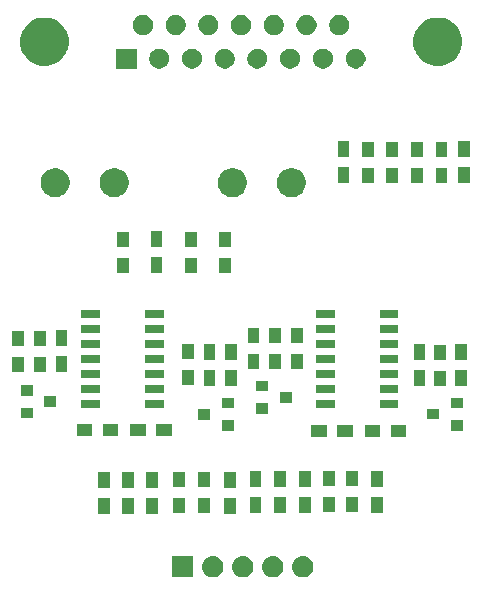
<source format=gbr>
G04 #@! TF.GenerationSoftware,KiCad,Pcbnew,(5.1.4)-1*
G04 #@! TF.CreationDate,2021-07-27T11:29:55-04:00*
G04 #@! TF.ProjectId,9000 Clock Module,39303030-2043-46c6-9f63-6b204d6f6475,rev?*
G04 #@! TF.SameCoordinates,Original*
G04 #@! TF.FileFunction,Soldermask,Top*
G04 #@! TF.FilePolarity,Negative*
%FSLAX46Y46*%
G04 Gerber Fmt 4.6, Leading zero omitted, Abs format (unit mm)*
G04 Created by KiCad (PCBNEW (5.1.4)-1) date 2021-07-27 11:29:55*
%MOMM*%
%LPD*%
G04 APERTURE LIST*
%ADD10C,0.100000*%
G04 APERTURE END LIST*
D10*
G36*
X110940442Y-84855518D02*
G01*
X111006627Y-84862037D01*
X111176466Y-84913557D01*
X111332991Y-84997222D01*
X111368729Y-85026552D01*
X111470186Y-85109814D01*
X111553448Y-85211271D01*
X111582778Y-85247009D01*
X111666443Y-85403534D01*
X111717963Y-85573373D01*
X111735359Y-85750000D01*
X111717963Y-85926627D01*
X111666443Y-86096466D01*
X111582778Y-86252991D01*
X111553448Y-86288729D01*
X111470186Y-86390186D01*
X111368729Y-86473448D01*
X111332991Y-86502778D01*
X111176466Y-86586443D01*
X111006627Y-86637963D01*
X110940443Y-86644481D01*
X110874260Y-86651000D01*
X110785740Y-86651000D01*
X110719557Y-86644481D01*
X110653373Y-86637963D01*
X110483534Y-86586443D01*
X110327009Y-86502778D01*
X110291271Y-86473448D01*
X110189814Y-86390186D01*
X110106552Y-86288729D01*
X110077222Y-86252991D01*
X109993557Y-86096466D01*
X109942037Y-85926627D01*
X109924641Y-85750000D01*
X109942037Y-85573373D01*
X109993557Y-85403534D01*
X110077222Y-85247009D01*
X110106552Y-85211271D01*
X110189814Y-85109814D01*
X110291271Y-85026552D01*
X110327009Y-84997222D01*
X110483534Y-84913557D01*
X110653373Y-84862037D01*
X110719558Y-84855518D01*
X110785740Y-84849000D01*
X110874260Y-84849000D01*
X110940442Y-84855518D01*
X110940442Y-84855518D01*
G37*
G36*
X113480442Y-84855518D02*
G01*
X113546627Y-84862037D01*
X113716466Y-84913557D01*
X113872991Y-84997222D01*
X113908729Y-85026552D01*
X114010186Y-85109814D01*
X114093448Y-85211271D01*
X114122778Y-85247009D01*
X114206443Y-85403534D01*
X114257963Y-85573373D01*
X114275359Y-85750000D01*
X114257963Y-85926627D01*
X114206443Y-86096466D01*
X114122778Y-86252991D01*
X114093448Y-86288729D01*
X114010186Y-86390186D01*
X113908729Y-86473448D01*
X113872991Y-86502778D01*
X113716466Y-86586443D01*
X113546627Y-86637963D01*
X113480443Y-86644481D01*
X113414260Y-86651000D01*
X113325740Y-86651000D01*
X113259557Y-86644481D01*
X113193373Y-86637963D01*
X113023534Y-86586443D01*
X112867009Y-86502778D01*
X112831271Y-86473448D01*
X112729814Y-86390186D01*
X112646552Y-86288729D01*
X112617222Y-86252991D01*
X112533557Y-86096466D01*
X112482037Y-85926627D01*
X112464641Y-85750000D01*
X112482037Y-85573373D01*
X112533557Y-85403534D01*
X112617222Y-85247009D01*
X112646552Y-85211271D01*
X112729814Y-85109814D01*
X112831271Y-85026552D01*
X112867009Y-84997222D01*
X113023534Y-84913557D01*
X113193373Y-84862037D01*
X113259558Y-84855518D01*
X113325740Y-84849000D01*
X113414260Y-84849000D01*
X113480442Y-84855518D01*
X113480442Y-84855518D01*
G37*
G36*
X116020442Y-84855518D02*
G01*
X116086627Y-84862037D01*
X116256466Y-84913557D01*
X116412991Y-84997222D01*
X116448729Y-85026552D01*
X116550186Y-85109814D01*
X116633448Y-85211271D01*
X116662778Y-85247009D01*
X116746443Y-85403534D01*
X116797963Y-85573373D01*
X116815359Y-85750000D01*
X116797963Y-85926627D01*
X116746443Y-86096466D01*
X116662778Y-86252991D01*
X116633448Y-86288729D01*
X116550186Y-86390186D01*
X116448729Y-86473448D01*
X116412991Y-86502778D01*
X116256466Y-86586443D01*
X116086627Y-86637963D01*
X116020443Y-86644481D01*
X115954260Y-86651000D01*
X115865740Y-86651000D01*
X115799557Y-86644481D01*
X115733373Y-86637963D01*
X115563534Y-86586443D01*
X115407009Y-86502778D01*
X115371271Y-86473448D01*
X115269814Y-86390186D01*
X115186552Y-86288729D01*
X115157222Y-86252991D01*
X115073557Y-86096466D01*
X115022037Y-85926627D01*
X115004641Y-85750000D01*
X115022037Y-85573373D01*
X115073557Y-85403534D01*
X115157222Y-85247009D01*
X115186552Y-85211271D01*
X115269814Y-85109814D01*
X115371271Y-85026552D01*
X115407009Y-84997222D01*
X115563534Y-84913557D01*
X115733373Y-84862037D01*
X115799558Y-84855518D01*
X115865740Y-84849000D01*
X115954260Y-84849000D01*
X116020442Y-84855518D01*
X116020442Y-84855518D01*
G37*
G36*
X108400442Y-84855518D02*
G01*
X108466627Y-84862037D01*
X108636466Y-84913557D01*
X108792991Y-84997222D01*
X108828729Y-85026552D01*
X108930186Y-85109814D01*
X109013448Y-85211271D01*
X109042778Y-85247009D01*
X109126443Y-85403534D01*
X109177963Y-85573373D01*
X109195359Y-85750000D01*
X109177963Y-85926627D01*
X109126443Y-86096466D01*
X109042778Y-86252991D01*
X109013448Y-86288729D01*
X108930186Y-86390186D01*
X108828729Y-86473448D01*
X108792991Y-86502778D01*
X108636466Y-86586443D01*
X108466627Y-86637963D01*
X108400443Y-86644481D01*
X108334260Y-86651000D01*
X108245740Y-86651000D01*
X108179557Y-86644481D01*
X108113373Y-86637963D01*
X107943534Y-86586443D01*
X107787009Y-86502778D01*
X107751271Y-86473448D01*
X107649814Y-86390186D01*
X107566552Y-86288729D01*
X107537222Y-86252991D01*
X107453557Y-86096466D01*
X107402037Y-85926627D01*
X107384641Y-85750000D01*
X107402037Y-85573373D01*
X107453557Y-85403534D01*
X107537222Y-85247009D01*
X107566552Y-85211271D01*
X107649814Y-85109814D01*
X107751271Y-85026552D01*
X107787009Y-84997222D01*
X107943534Y-84913557D01*
X108113373Y-84862037D01*
X108179558Y-84855518D01*
X108245740Y-84849000D01*
X108334260Y-84849000D01*
X108400442Y-84855518D01*
X108400442Y-84855518D01*
G37*
G36*
X106651000Y-86651000D02*
G01*
X104849000Y-86651000D01*
X104849000Y-84849000D01*
X106651000Y-84849000D01*
X106651000Y-86651000D01*
X106651000Y-86651000D01*
G37*
G36*
X110229000Y-81253000D02*
G01*
X109227000Y-81253000D01*
X109227000Y-79951000D01*
X110229000Y-79951000D01*
X110229000Y-81253000D01*
X110229000Y-81253000D01*
G37*
G36*
X101593000Y-81253000D02*
G01*
X100591000Y-81253000D01*
X100591000Y-79951000D01*
X101593000Y-79951000D01*
X101593000Y-81253000D01*
X101593000Y-81253000D01*
G37*
G36*
X99561000Y-81253000D02*
G01*
X98559000Y-81253000D01*
X98559000Y-79951000D01*
X99561000Y-79951000D01*
X99561000Y-81253000D01*
X99561000Y-81253000D01*
G37*
G36*
X103625000Y-81253000D02*
G01*
X102623000Y-81253000D01*
X102623000Y-79951000D01*
X103625000Y-79951000D01*
X103625000Y-81253000D01*
X103625000Y-81253000D01*
G37*
G36*
X108067000Y-81205000D02*
G01*
X107065000Y-81205000D01*
X107065000Y-79903000D01*
X108067000Y-79903000D01*
X108067000Y-81205000D01*
X108067000Y-81205000D01*
G37*
G36*
X105937000Y-81205000D02*
G01*
X104935000Y-81205000D01*
X104935000Y-79903000D01*
X105937000Y-79903000D01*
X105937000Y-81205000D01*
X105937000Y-81205000D01*
G37*
G36*
X114519000Y-81165000D02*
G01*
X113517000Y-81165000D01*
X113517000Y-79863000D01*
X114519000Y-79863000D01*
X114519000Y-81165000D01*
X114519000Y-81165000D01*
G37*
G36*
X112409000Y-81165000D02*
G01*
X111407000Y-81165000D01*
X111407000Y-79863000D01*
X112409000Y-79863000D01*
X112409000Y-81165000D01*
X112409000Y-81165000D01*
G37*
G36*
X116619000Y-81165000D02*
G01*
X115617000Y-81165000D01*
X115617000Y-79863000D01*
X116619000Y-79863000D01*
X116619000Y-81165000D01*
X116619000Y-81165000D01*
G37*
G36*
X122665000Y-81165000D02*
G01*
X121663000Y-81165000D01*
X121663000Y-79863000D01*
X122665000Y-79863000D01*
X122665000Y-81165000D01*
X122665000Y-81165000D01*
G37*
G36*
X118625000Y-81145000D02*
G01*
X117623000Y-81145000D01*
X117623000Y-79843000D01*
X118625000Y-79843000D01*
X118625000Y-81145000D01*
X118625000Y-81145000D01*
G37*
G36*
X120605000Y-81145000D02*
G01*
X119603000Y-81145000D01*
X119603000Y-79843000D01*
X120605000Y-79843000D01*
X120605000Y-81145000D01*
X120605000Y-81145000D01*
G37*
G36*
X101593000Y-79053000D02*
G01*
X100591000Y-79053000D01*
X100591000Y-77751000D01*
X101593000Y-77751000D01*
X101593000Y-79053000D01*
X101593000Y-79053000D01*
G37*
G36*
X110229000Y-79053000D02*
G01*
X109227000Y-79053000D01*
X109227000Y-77751000D01*
X110229000Y-77751000D01*
X110229000Y-79053000D01*
X110229000Y-79053000D01*
G37*
G36*
X103625000Y-79053000D02*
G01*
X102623000Y-79053000D01*
X102623000Y-77751000D01*
X103625000Y-77751000D01*
X103625000Y-79053000D01*
X103625000Y-79053000D01*
G37*
G36*
X99561000Y-79053000D02*
G01*
X98559000Y-79053000D01*
X98559000Y-77751000D01*
X99561000Y-77751000D01*
X99561000Y-79053000D01*
X99561000Y-79053000D01*
G37*
G36*
X105937000Y-79005000D02*
G01*
X104935000Y-79005000D01*
X104935000Y-77703000D01*
X105937000Y-77703000D01*
X105937000Y-79005000D01*
X105937000Y-79005000D01*
G37*
G36*
X108067000Y-79005000D02*
G01*
X107065000Y-79005000D01*
X107065000Y-77703000D01*
X108067000Y-77703000D01*
X108067000Y-79005000D01*
X108067000Y-79005000D01*
G37*
G36*
X116619000Y-78965000D02*
G01*
X115617000Y-78965000D01*
X115617000Y-77663000D01*
X116619000Y-77663000D01*
X116619000Y-78965000D01*
X116619000Y-78965000D01*
G37*
G36*
X122665000Y-78965000D02*
G01*
X121663000Y-78965000D01*
X121663000Y-77663000D01*
X122665000Y-77663000D01*
X122665000Y-78965000D01*
X122665000Y-78965000D01*
G37*
G36*
X114519000Y-78965000D02*
G01*
X113517000Y-78965000D01*
X113517000Y-77663000D01*
X114519000Y-77663000D01*
X114519000Y-78965000D01*
X114519000Y-78965000D01*
G37*
G36*
X112409000Y-78965000D02*
G01*
X111407000Y-78965000D01*
X111407000Y-77663000D01*
X112409000Y-77663000D01*
X112409000Y-78965000D01*
X112409000Y-78965000D01*
G37*
G36*
X120605000Y-78945000D02*
G01*
X119603000Y-78945000D01*
X119603000Y-77643000D01*
X120605000Y-77643000D01*
X120605000Y-78945000D01*
X120605000Y-78945000D01*
G37*
G36*
X118625000Y-78945000D02*
G01*
X117623000Y-78945000D01*
X117623000Y-77643000D01*
X118625000Y-77643000D01*
X118625000Y-78945000D01*
X118625000Y-78945000D01*
G37*
G36*
X124681000Y-74741000D02*
G01*
X123379000Y-74741000D01*
X123379000Y-73739000D01*
X124681000Y-73739000D01*
X124681000Y-74741000D01*
X124681000Y-74741000D01*
G37*
G36*
X122481000Y-74741000D02*
G01*
X121179000Y-74741000D01*
X121179000Y-73739000D01*
X122481000Y-73739000D01*
X122481000Y-74741000D01*
X122481000Y-74741000D01*
G37*
G36*
X120151000Y-74731000D02*
G01*
X118849000Y-74731000D01*
X118849000Y-73729000D01*
X120151000Y-73729000D01*
X120151000Y-74731000D01*
X120151000Y-74731000D01*
G37*
G36*
X117951000Y-74731000D02*
G01*
X116649000Y-74731000D01*
X116649000Y-73729000D01*
X117951000Y-73729000D01*
X117951000Y-74731000D01*
X117951000Y-74731000D01*
G37*
G36*
X98101000Y-74651000D02*
G01*
X96799000Y-74651000D01*
X96799000Y-73649000D01*
X98101000Y-73649000D01*
X98101000Y-74651000D01*
X98101000Y-74651000D01*
G37*
G36*
X100301000Y-74651000D02*
G01*
X98999000Y-74651000D01*
X98999000Y-73649000D01*
X100301000Y-73649000D01*
X100301000Y-74651000D01*
X100301000Y-74651000D01*
G37*
G36*
X102621000Y-74651000D02*
G01*
X101319000Y-74651000D01*
X101319000Y-73649000D01*
X102621000Y-73649000D01*
X102621000Y-74651000D01*
X102621000Y-74651000D01*
G37*
G36*
X104821000Y-74651000D02*
G01*
X103519000Y-74651000D01*
X103519000Y-73649000D01*
X104821000Y-73649000D01*
X104821000Y-74651000D01*
X104821000Y-74651000D01*
G37*
G36*
X110081000Y-74241000D02*
G01*
X109079000Y-74241000D01*
X109079000Y-73339000D01*
X110081000Y-73339000D01*
X110081000Y-74241000D01*
X110081000Y-74241000D01*
G37*
G36*
X129461000Y-74231000D02*
G01*
X128459000Y-74231000D01*
X128459000Y-73329000D01*
X129461000Y-73329000D01*
X129461000Y-74231000D01*
X129461000Y-74231000D01*
G37*
G36*
X108081000Y-73291000D02*
G01*
X107079000Y-73291000D01*
X107079000Y-72389000D01*
X108081000Y-72389000D01*
X108081000Y-73291000D01*
X108081000Y-73291000D01*
G37*
G36*
X127461000Y-73281000D02*
G01*
X126459000Y-73281000D01*
X126459000Y-72379000D01*
X127461000Y-72379000D01*
X127461000Y-73281000D01*
X127461000Y-73281000D01*
G37*
G36*
X93031000Y-73181000D02*
G01*
X92029000Y-73181000D01*
X92029000Y-72279000D01*
X93031000Y-72279000D01*
X93031000Y-73181000D01*
X93031000Y-73181000D01*
G37*
G36*
X112961000Y-72811000D02*
G01*
X111959000Y-72811000D01*
X111959000Y-71909000D01*
X112961000Y-71909000D01*
X112961000Y-72811000D01*
X112961000Y-72811000D01*
G37*
G36*
X110081000Y-72341000D02*
G01*
X109079000Y-72341000D01*
X109079000Y-71439000D01*
X110081000Y-71439000D01*
X110081000Y-72341000D01*
X110081000Y-72341000D01*
G37*
G36*
X118611000Y-72341000D02*
G01*
X117009000Y-72341000D01*
X117009000Y-71639000D01*
X118611000Y-71639000D01*
X118611000Y-72341000D01*
X118611000Y-72341000D01*
G37*
G36*
X124011000Y-72341000D02*
G01*
X122409000Y-72341000D01*
X122409000Y-71639000D01*
X124011000Y-71639000D01*
X124011000Y-72341000D01*
X124011000Y-72341000D01*
G37*
G36*
X104171000Y-72331000D02*
G01*
X102569000Y-72331000D01*
X102569000Y-71629000D01*
X104171000Y-71629000D01*
X104171000Y-72331000D01*
X104171000Y-72331000D01*
G37*
G36*
X129461000Y-72331000D02*
G01*
X128459000Y-72331000D01*
X128459000Y-71429000D01*
X129461000Y-71429000D01*
X129461000Y-72331000D01*
X129461000Y-72331000D01*
G37*
G36*
X98771000Y-72331000D02*
G01*
X97169000Y-72331000D01*
X97169000Y-71629000D01*
X98771000Y-71629000D01*
X98771000Y-72331000D01*
X98771000Y-72331000D01*
G37*
G36*
X95031000Y-72231000D02*
G01*
X94029000Y-72231000D01*
X94029000Y-71329000D01*
X95031000Y-71329000D01*
X95031000Y-72231000D01*
X95031000Y-72231000D01*
G37*
G36*
X114961000Y-71861000D02*
G01*
X113959000Y-71861000D01*
X113959000Y-70959000D01*
X114961000Y-70959000D01*
X114961000Y-71861000D01*
X114961000Y-71861000D01*
G37*
G36*
X93031000Y-71281000D02*
G01*
X92029000Y-71281000D01*
X92029000Y-70379000D01*
X93031000Y-70379000D01*
X93031000Y-71281000D01*
X93031000Y-71281000D01*
G37*
G36*
X124011000Y-71071000D02*
G01*
X122409000Y-71071000D01*
X122409000Y-70369000D01*
X124011000Y-70369000D01*
X124011000Y-71071000D01*
X124011000Y-71071000D01*
G37*
G36*
X118611000Y-71071000D02*
G01*
X117009000Y-71071000D01*
X117009000Y-70369000D01*
X118611000Y-70369000D01*
X118611000Y-71071000D01*
X118611000Y-71071000D01*
G37*
G36*
X98771000Y-71061000D02*
G01*
X97169000Y-71061000D01*
X97169000Y-70359000D01*
X98771000Y-70359000D01*
X98771000Y-71061000D01*
X98771000Y-71061000D01*
G37*
G36*
X104171000Y-71061000D02*
G01*
X102569000Y-71061000D01*
X102569000Y-70359000D01*
X104171000Y-70359000D01*
X104171000Y-71061000D01*
X104171000Y-71061000D01*
G37*
G36*
X112961000Y-70911000D02*
G01*
X111959000Y-70911000D01*
X111959000Y-70009000D01*
X112961000Y-70009000D01*
X112961000Y-70911000D01*
X112961000Y-70911000D01*
G37*
G36*
X128011000Y-70471000D02*
G01*
X127009000Y-70471000D01*
X127009000Y-69169000D01*
X128011000Y-69169000D01*
X128011000Y-70471000D01*
X128011000Y-70471000D01*
G37*
G36*
X110301000Y-70431000D02*
G01*
X109299000Y-70431000D01*
X109299000Y-69129000D01*
X110301000Y-69129000D01*
X110301000Y-70431000D01*
X110301000Y-70431000D01*
G37*
G36*
X108511000Y-70431000D02*
G01*
X107509000Y-70431000D01*
X107509000Y-69129000D01*
X108511000Y-69129000D01*
X108511000Y-70431000D01*
X108511000Y-70431000D01*
G37*
G36*
X126291000Y-70421000D02*
G01*
X125289000Y-70421000D01*
X125289000Y-69119000D01*
X126291000Y-69119000D01*
X126291000Y-70421000D01*
X126291000Y-70421000D01*
G37*
G36*
X129791000Y-70421000D02*
G01*
X128789000Y-70421000D01*
X128789000Y-69119000D01*
X129791000Y-69119000D01*
X129791000Y-70421000D01*
X129791000Y-70421000D01*
G37*
G36*
X106721000Y-70401000D02*
G01*
X105719000Y-70401000D01*
X105719000Y-69099000D01*
X106721000Y-69099000D01*
X106721000Y-70401000D01*
X106721000Y-70401000D01*
G37*
G36*
X118611000Y-69801000D02*
G01*
X117009000Y-69801000D01*
X117009000Y-69099000D01*
X118611000Y-69099000D01*
X118611000Y-69801000D01*
X118611000Y-69801000D01*
G37*
G36*
X124011000Y-69801000D02*
G01*
X122409000Y-69801000D01*
X122409000Y-69099000D01*
X124011000Y-69099000D01*
X124011000Y-69801000D01*
X124011000Y-69801000D01*
G37*
G36*
X98771000Y-69791000D02*
G01*
X97169000Y-69791000D01*
X97169000Y-69089000D01*
X98771000Y-69089000D01*
X98771000Y-69791000D01*
X98771000Y-69791000D01*
G37*
G36*
X104171000Y-69791000D02*
G01*
X102569000Y-69791000D01*
X102569000Y-69089000D01*
X104171000Y-69089000D01*
X104171000Y-69791000D01*
X104171000Y-69791000D01*
G37*
G36*
X94131000Y-69261000D02*
G01*
X93129000Y-69261000D01*
X93129000Y-67959000D01*
X94131000Y-67959000D01*
X94131000Y-69261000D01*
X94131000Y-69261000D01*
G37*
G36*
X92301000Y-69261000D02*
G01*
X91299000Y-69261000D01*
X91299000Y-67959000D01*
X92301000Y-67959000D01*
X92301000Y-69261000D01*
X92301000Y-69261000D01*
G37*
G36*
X95991000Y-69241000D02*
G01*
X94989000Y-69241000D01*
X94989000Y-67939000D01*
X95991000Y-67939000D01*
X95991000Y-69241000D01*
X95991000Y-69241000D01*
G37*
G36*
X115931000Y-69051000D02*
G01*
X114929000Y-69051000D01*
X114929000Y-67749000D01*
X115931000Y-67749000D01*
X115931000Y-69051000D01*
X115931000Y-69051000D01*
G37*
G36*
X114051000Y-69041000D02*
G01*
X113049000Y-69041000D01*
X113049000Y-67739000D01*
X114051000Y-67739000D01*
X114051000Y-69041000D01*
X114051000Y-69041000D01*
G37*
G36*
X112241000Y-69041000D02*
G01*
X111239000Y-69041000D01*
X111239000Y-67739000D01*
X112241000Y-67739000D01*
X112241000Y-69041000D01*
X112241000Y-69041000D01*
G37*
G36*
X118611000Y-68531000D02*
G01*
X117009000Y-68531000D01*
X117009000Y-67829000D01*
X118611000Y-67829000D01*
X118611000Y-68531000D01*
X118611000Y-68531000D01*
G37*
G36*
X124011000Y-68531000D02*
G01*
X122409000Y-68531000D01*
X122409000Y-67829000D01*
X124011000Y-67829000D01*
X124011000Y-68531000D01*
X124011000Y-68531000D01*
G37*
G36*
X98771000Y-68521000D02*
G01*
X97169000Y-68521000D01*
X97169000Y-67819000D01*
X98771000Y-67819000D01*
X98771000Y-68521000D01*
X98771000Y-68521000D01*
G37*
G36*
X104171000Y-68521000D02*
G01*
X102569000Y-68521000D01*
X102569000Y-67819000D01*
X104171000Y-67819000D01*
X104171000Y-68521000D01*
X104171000Y-68521000D01*
G37*
G36*
X128011000Y-68271000D02*
G01*
X127009000Y-68271000D01*
X127009000Y-66969000D01*
X128011000Y-66969000D01*
X128011000Y-68271000D01*
X128011000Y-68271000D01*
G37*
G36*
X108511000Y-68231000D02*
G01*
X107509000Y-68231000D01*
X107509000Y-66929000D01*
X108511000Y-66929000D01*
X108511000Y-68231000D01*
X108511000Y-68231000D01*
G37*
G36*
X110301000Y-68231000D02*
G01*
X109299000Y-68231000D01*
X109299000Y-66929000D01*
X110301000Y-66929000D01*
X110301000Y-68231000D01*
X110301000Y-68231000D01*
G37*
G36*
X129791000Y-68221000D02*
G01*
X128789000Y-68221000D01*
X128789000Y-66919000D01*
X129791000Y-66919000D01*
X129791000Y-68221000D01*
X129791000Y-68221000D01*
G37*
G36*
X126291000Y-68221000D02*
G01*
X125289000Y-68221000D01*
X125289000Y-66919000D01*
X126291000Y-66919000D01*
X126291000Y-68221000D01*
X126291000Y-68221000D01*
G37*
G36*
X106721000Y-68201000D02*
G01*
X105719000Y-68201000D01*
X105719000Y-66899000D01*
X106721000Y-66899000D01*
X106721000Y-68201000D01*
X106721000Y-68201000D01*
G37*
G36*
X124011000Y-67261000D02*
G01*
X122409000Y-67261000D01*
X122409000Y-66559000D01*
X124011000Y-66559000D01*
X124011000Y-67261000D01*
X124011000Y-67261000D01*
G37*
G36*
X118611000Y-67261000D02*
G01*
X117009000Y-67261000D01*
X117009000Y-66559000D01*
X118611000Y-66559000D01*
X118611000Y-67261000D01*
X118611000Y-67261000D01*
G37*
G36*
X104171000Y-67251000D02*
G01*
X102569000Y-67251000D01*
X102569000Y-66549000D01*
X104171000Y-66549000D01*
X104171000Y-67251000D01*
X104171000Y-67251000D01*
G37*
G36*
X98771000Y-67251000D02*
G01*
X97169000Y-67251000D01*
X97169000Y-66549000D01*
X98771000Y-66549000D01*
X98771000Y-67251000D01*
X98771000Y-67251000D01*
G37*
G36*
X94131000Y-67061000D02*
G01*
X93129000Y-67061000D01*
X93129000Y-65759000D01*
X94131000Y-65759000D01*
X94131000Y-67061000D01*
X94131000Y-67061000D01*
G37*
G36*
X92301000Y-67061000D02*
G01*
X91299000Y-67061000D01*
X91299000Y-65759000D01*
X92301000Y-65759000D01*
X92301000Y-67061000D01*
X92301000Y-67061000D01*
G37*
G36*
X95991000Y-67041000D02*
G01*
X94989000Y-67041000D01*
X94989000Y-65739000D01*
X95991000Y-65739000D01*
X95991000Y-67041000D01*
X95991000Y-67041000D01*
G37*
G36*
X115931000Y-66851000D02*
G01*
X114929000Y-66851000D01*
X114929000Y-65549000D01*
X115931000Y-65549000D01*
X115931000Y-66851000D01*
X115931000Y-66851000D01*
G37*
G36*
X114051000Y-66841000D02*
G01*
X113049000Y-66841000D01*
X113049000Y-65539000D01*
X114051000Y-65539000D01*
X114051000Y-66841000D01*
X114051000Y-66841000D01*
G37*
G36*
X112241000Y-66841000D02*
G01*
X111239000Y-66841000D01*
X111239000Y-65539000D01*
X112241000Y-65539000D01*
X112241000Y-66841000D01*
X112241000Y-66841000D01*
G37*
G36*
X118611000Y-65991000D02*
G01*
X117009000Y-65991000D01*
X117009000Y-65289000D01*
X118611000Y-65289000D01*
X118611000Y-65991000D01*
X118611000Y-65991000D01*
G37*
G36*
X124011000Y-65991000D02*
G01*
X122409000Y-65991000D01*
X122409000Y-65289000D01*
X124011000Y-65289000D01*
X124011000Y-65991000D01*
X124011000Y-65991000D01*
G37*
G36*
X98771000Y-65981000D02*
G01*
X97169000Y-65981000D01*
X97169000Y-65279000D01*
X98771000Y-65279000D01*
X98771000Y-65981000D01*
X98771000Y-65981000D01*
G37*
G36*
X104171000Y-65981000D02*
G01*
X102569000Y-65981000D01*
X102569000Y-65279000D01*
X104171000Y-65279000D01*
X104171000Y-65981000D01*
X104171000Y-65981000D01*
G37*
G36*
X124011000Y-64721000D02*
G01*
X122409000Y-64721000D01*
X122409000Y-64019000D01*
X124011000Y-64019000D01*
X124011000Y-64721000D01*
X124011000Y-64721000D01*
G37*
G36*
X118611000Y-64721000D02*
G01*
X117009000Y-64721000D01*
X117009000Y-64019000D01*
X118611000Y-64019000D01*
X118611000Y-64721000D01*
X118611000Y-64721000D01*
G37*
G36*
X98771000Y-64711000D02*
G01*
X97169000Y-64711000D01*
X97169000Y-64009000D01*
X98771000Y-64009000D01*
X98771000Y-64711000D01*
X98771000Y-64711000D01*
G37*
G36*
X104171000Y-64711000D02*
G01*
X102569000Y-64711000D01*
X102569000Y-64009000D01*
X104171000Y-64009000D01*
X104171000Y-64711000D01*
X104171000Y-64711000D01*
G37*
G36*
X109861000Y-60911000D02*
G01*
X108859000Y-60911000D01*
X108859000Y-59609000D01*
X109861000Y-59609000D01*
X109861000Y-60911000D01*
X109861000Y-60911000D01*
G37*
G36*
X106921000Y-60911000D02*
G01*
X105919000Y-60911000D01*
X105919000Y-59609000D01*
X106921000Y-59609000D01*
X106921000Y-60911000D01*
X106921000Y-60911000D01*
G37*
G36*
X101181000Y-60911000D02*
G01*
X100179000Y-60911000D01*
X100179000Y-59609000D01*
X101181000Y-59609000D01*
X101181000Y-60911000D01*
X101181000Y-60911000D01*
G37*
G36*
X104021000Y-60861000D02*
G01*
X103019000Y-60861000D01*
X103019000Y-59559000D01*
X104021000Y-59559000D01*
X104021000Y-60861000D01*
X104021000Y-60861000D01*
G37*
G36*
X109861000Y-58711000D02*
G01*
X108859000Y-58711000D01*
X108859000Y-57409000D01*
X109861000Y-57409000D01*
X109861000Y-58711000D01*
X109861000Y-58711000D01*
G37*
G36*
X101181000Y-58711000D02*
G01*
X100179000Y-58711000D01*
X100179000Y-57409000D01*
X101181000Y-57409000D01*
X101181000Y-58711000D01*
X101181000Y-58711000D01*
G37*
G36*
X106921000Y-58711000D02*
G01*
X105919000Y-58711000D01*
X105919000Y-57409000D01*
X106921000Y-57409000D01*
X106921000Y-58711000D01*
X106921000Y-58711000D01*
G37*
G36*
X104021000Y-58661000D02*
G01*
X103019000Y-58661000D01*
X103019000Y-57359000D01*
X104021000Y-57359000D01*
X104021000Y-58661000D01*
X104021000Y-58661000D01*
G37*
G36*
X95307610Y-52051114D02*
G01*
X95530727Y-52143532D01*
X95530729Y-52143533D01*
X95581269Y-52177303D01*
X95731529Y-52277703D01*
X95902297Y-52448471D01*
X96036468Y-52649273D01*
X96128886Y-52872390D01*
X96176000Y-53109248D01*
X96176000Y-53350752D01*
X96128886Y-53587610D01*
X96036468Y-53810727D01*
X95902297Y-54011529D01*
X95731529Y-54182297D01*
X95581269Y-54282697D01*
X95530729Y-54316467D01*
X95530728Y-54316468D01*
X95530727Y-54316468D01*
X95307610Y-54408886D01*
X95070752Y-54456000D01*
X94829248Y-54456000D01*
X94592390Y-54408886D01*
X94369273Y-54316468D01*
X94369272Y-54316468D01*
X94369271Y-54316467D01*
X94318731Y-54282697D01*
X94168471Y-54182297D01*
X93997703Y-54011529D01*
X93863532Y-53810727D01*
X93771114Y-53587610D01*
X93724000Y-53350752D01*
X93724000Y-53109248D01*
X93771114Y-52872390D01*
X93863532Y-52649273D01*
X93997703Y-52448471D01*
X94168471Y-52277703D01*
X94318731Y-52177303D01*
X94369271Y-52143533D01*
X94369273Y-52143532D01*
X94592390Y-52051114D01*
X94829248Y-52004000D01*
X95070752Y-52004000D01*
X95307610Y-52051114D01*
X95307610Y-52051114D01*
G37*
G36*
X100307610Y-52051114D02*
G01*
X100530727Y-52143532D01*
X100530729Y-52143533D01*
X100581269Y-52177303D01*
X100731529Y-52277703D01*
X100902297Y-52448471D01*
X101036468Y-52649273D01*
X101128886Y-52872390D01*
X101176000Y-53109248D01*
X101176000Y-53350752D01*
X101128886Y-53587610D01*
X101036468Y-53810727D01*
X100902297Y-54011529D01*
X100731529Y-54182297D01*
X100581269Y-54282697D01*
X100530729Y-54316467D01*
X100530728Y-54316468D01*
X100530727Y-54316468D01*
X100307610Y-54408886D01*
X100070752Y-54456000D01*
X99829248Y-54456000D01*
X99592390Y-54408886D01*
X99369273Y-54316468D01*
X99369272Y-54316468D01*
X99369271Y-54316467D01*
X99318731Y-54282697D01*
X99168471Y-54182297D01*
X98997703Y-54011529D01*
X98863532Y-53810727D01*
X98771114Y-53587610D01*
X98724000Y-53350752D01*
X98724000Y-53109248D01*
X98771114Y-52872390D01*
X98863532Y-52649273D01*
X98997703Y-52448471D01*
X99168471Y-52277703D01*
X99318731Y-52177303D01*
X99369271Y-52143533D01*
X99369273Y-52143532D01*
X99592390Y-52051114D01*
X99829248Y-52004000D01*
X100070752Y-52004000D01*
X100307610Y-52051114D01*
X100307610Y-52051114D01*
G37*
G36*
X110307610Y-52051114D02*
G01*
X110530727Y-52143532D01*
X110530729Y-52143533D01*
X110581269Y-52177303D01*
X110731529Y-52277703D01*
X110902297Y-52448471D01*
X111036468Y-52649273D01*
X111128886Y-52872390D01*
X111176000Y-53109248D01*
X111176000Y-53350752D01*
X111128886Y-53587610D01*
X111036468Y-53810727D01*
X110902297Y-54011529D01*
X110731529Y-54182297D01*
X110581269Y-54282697D01*
X110530729Y-54316467D01*
X110530728Y-54316468D01*
X110530727Y-54316468D01*
X110307610Y-54408886D01*
X110070752Y-54456000D01*
X109829248Y-54456000D01*
X109592390Y-54408886D01*
X109369273Y-54316468D01*
X109369272Y-54316468D01*
X109369271Y-54316467D01*
X109318731Y-54282697D01*
X109168471Y-54182297D01*
X108997703Y-54011529D01*
X108863532Y-53810727D01*
X108771114Y-53587610D01*
X108724000Y-53350752D01*
X108724000Y-53109248D01*
X108771114Y-52872390D01*
X108863532Y-52649273D01*
X108997703Y-52448471D01*
X109168471Y-52277703D01*
X109318731Y-52177303D01*
X109369271Y-52143533D01*
X109369273Y-52143532D01*
X109592390Y-52051114D01*
X109829248Y-52004000D01*
X110070752Y-52004000D01*
X110307610Y-52051114D01*
X110307610Y-52051114D01*
G37*
G36*
X115307610Y-52051114D02*
G01*
X115530727Y-52143532D01*
X115530729Y-52143533D01*
X115581269Y-52177303D01*
X115731529Y-52277703D01*
X115902297Y-52448471D01*
X116036468Y-52649273D01*
X116128886Y-52872390D01*
X116176000Y-53109248D01*
X116176000Y-53350752D01*
X116128886Y-53587610D01*
X116036468Y-53810727D01*
X115902297Y-54011529D01*
X115731529Y-54182297D01*
X115581269Y-54282697D01*
X115530729Y-54316467D01*
X115530728Y-54316468D01*
X115530727Y-54316468D01*
X115307610Y-54408886D01*
X115070752Y-54456000D01*
X114829248Y-54456000D01*
X114592390Y-54408886D01*
X114369273Y-54316468D01*
X114369272Y-54316468D01*
X114369271Y-54316467D01*
X114318731Y-54282697D01*
X114168471Y-54182297D01*
X113997703Y-54011529D01*
X113863532Y-53810727D01*
X113771114Y-53587610D01*
X113724000Y-53350752D01*
X113724000Y-53109248D01*
X113771114Y-52872390D01*
X113863532Y-52649273D01*
X113997703Y-52448471D01*
X114168471Y-52277703D01*
X114318731Y-52177303D01*
X114369271Y-52143533D01*
X114369273Y-52143532D01*
X114592390Y-52051114D01*
X114829248Y-52004000D01*
X115070752Y-52004000D01*
X115307610Y-52051114D01*
X115307610Y-52051114D01*
G37*
G36*
X128151000Y-53281000D02*
G01*
X127149000Y-53281000D01*
X127149000Y-51979000D01*
X128151000Y-51979000D01*
X128151000Y-53281000D01*
X128151000Y-53281000D01*
G37*
G36*
X126071000Y-53271000D02*
G01*
X125069000Y-53271000D01*
X125069000Y-51969000D01*
X126071000Y-51969000D01*
X126071000Y-53271000D01*
X126071000Y-53271000D01*
G37*
G36*
X121941000Y-53271000D02*
G01*
X120939000Y-53271000D01*
X120939000Y-51969000D01*
X121941000Y-51969000D01*
X121941000Y-53271000D01*
X121941000Y-53271000D01*
G37*
G36*
X123961000Y-53271000D02*
G01*
X122959000Y-53271000D01*
X122959000Y-51969000D01*
X123961000Y-51969000D01*
X123961000Y-53271000D01*
X123961000Y-53271000D01*
G37*
G36*
X130071000Y-53241000D02*
G01*
X129069000Y-53241000D01*
X129069000Y-51939000D01*
X130071000Y-51939000D01*
X130071000Y-53241000D01*
X130071000Y-53241000D01*
G37*
G36*
X119861000Y-53241000D02*
G01*
X118859000Y-53241000D01*
X118859000Y-51939000D01*
X119861000Y-51939000D01*
X119861000Y-53241000D01*
X119861000Y-53241000D01*
G37*
G36*
X128151000Y-51081000D02*
G01*
X127149000Y-51081000D01*
X127149000Y-49779000D01*
X128151000Y-49779000D01*
X128151000Y-51081000D01*
X128151000Y-51081000D01*
G37*
G36*
X126071000Y-51071000D02*
G01*
X125069000Y-51071000D01*
X125069000Y-49769000D01*
X126071000Y-49769000D01*
X126071000Y-51071000D01*
X126071000Y-51071000D01*
G37*
G36*
X121941000Y-51071000D02*
G01*
X120939000Y-51071000D01*
X120939000Y-49769000D01*
X121941000Y-49769000D01*
X121941000Y-51071000D01*
X121941000Y-51071000D01*
G37*
G36*
X123961000Y-51071000D02*
G01*
X122959000Y-51071000D01*
X122959000Y-49769000D01*
X123961000Y-49769000D01*
X123961000Y-51071000D01*
X123961000Y-51071000D01*
G37*
G36*
X119861000Y-51041000D02*
G01*
X118859000Y-51041000D01*
X118859000Y-49739000D01*
X119861000Y-49739000D01*
X119861000Y-51041000D01*
X119861000Y-51041000D01*
G37*
G36*
X130071000Y-51041000D02*
G01*
X129069000Y-51041000D01*
X129069000Y-49739000D01*
X130071000Y-49739000D01*
X130071000Y-51041000D01*
X130071000Y-51041000D01*
G37*
G36*
X117858228Y-41911703D02*
G01*
X118013100Y-41975853D01*
X118152481Y-42068985D01*
X118271015Y-42187519D01*
X118364147Y-42326900D01*
X118428297Y-42481772D01*
X118461000Y-42646184D01*
X118461000Y-42813816D01*
X118428297Y-42978228D01*
X118364147Y-43133100D01*
X118271015Y-43272481D01*
X118152481Y-43391015D01*
X118013100Y-43484147D01*
X117858228Y-43548297D01*
X117693816Y-43581000D01*
X117526184Y-43581000D01*
X117361772Y-43548297D01*
X117206900Y-43484147D01*
X117067519Y-43391015D01*
X116948985Y-43272481D01*
X116855853Y-43133100D01*
X116791703Y-42978228D01*
X116759000Y-42813816D01*
X116759000Y-42646184D01*
X116791703Y-42481772D01*
X116855853Y-42326900D01*
X116948985Y-42187519D01*
X117067519Y-42068985D01*
X117206900Y-41975853D01*
X117361772Y-41911703D01*
X117526184Y-41879000D01*
X117693816Y-41879000D01*
X117858228Y-41911703D01*
X117858228Y-41911703D01*
G37*
G36*
X101841000Y-43581000D02*
G01*
X100139000Y-43581000D01*
X100139000Y-41879000D01*
X101841000Y-41879000D01*
X101841000Y-43581000D01*
X101841000Y-43581000D01*
G37*
G36*
X104008228Y-41911703D02*
G01*
X104163100Y-41975853D01*
X104302481Y-42068985D01*
X104421015Y-42187519D01*
X104514147Y-42326900D01*
X104578297Y-42481772D01*
X104611000Y-42646184D01*
X104611000Y-42813816D01*
X104578297Y-42978228D01*
X104514147Y-43133100D01*
X104421015Y-43272481D01*
X104302481Y-43391015D01*
X104163100Y-43484147D01*
X104008228Y-43548297D01*
X103843816Y-43581000D01*
X103676184Y-43581000D01*
X103511772Y-43548297D01*
X103356900Y-43484147D01*
X103217519Y-43391015D01*
X103098985Y-43272481D01*
X103005853Y-43133100D01*
X102941703Y-42978228D01*
X102909000Y-42813816D01*
X102909000Y-42646184D01*
X102941703Y-42481772D01*
X103005853Y-42326900D01*
X103098985Y-42187519D01*
X103217519Y-42068985D01*
X103356900Y-41975853D01*
X103511772Y-41911703D01*
X103676184Y-41879000D01*
X103843816Y-41879000D01*
X104008228Y-41911703D01*
X104008228Y-41911703D01*
G37*
G36*
X106778228Y-41911703D02*
G01*
X106933100Y-41975853D01*
X107072481Y-42068985D01*
X107191015Y-42187519D01*
X107284147Y-42326900D01*
X107348297Y-42481772D01*
X107381000Y-42646184D01*
X107381000Y-42813816D01*
X107348297Y-42978228D01*
X107284147Y-43133100D01*
X107191015Y-43272481D01*
X107072481Y-43391015D01*
X106933100Y-43484147D01*
X106778228Y-43548297D01*
X106613816Y-43581000D01*
X106446184Y-43581000D01*
X106281772Y-43548297D01*
X106126900Y-43484147D01*
X105987519Y-43391015D01*
X105868985Y-43272481D01*
X105775853Y-43133100D01*
X105711703Y-42978228D01*
X105679000Y-42813816D01*
X105679000Y-42646184D01*
X105711703Y-42481772D01*
X105775853Y-42326900D01*
X105868985Y-42187519D01*
X105987519Y-42068985D01*
X106126900Y-41975853D01*
X106281772Y-41911703D01*
X106446184Y-41879000D01*
X106613816Y-41879000D01*
X106778228Y-41911703D01*
X106778228Y-41911703D01*
G37*
G36*
X109548228Y-41911703D02*
G01*
X109703100Y-41975853D01*
X109842481Y-42068985D01*
X109961015Y-42187519D01*
X110054147Y-42326900D01*
X110118297Y-42481772D01*
X110151000Y-42646184D01*
X110151000Y-42813816D01*
X110118297Y-42978228D01*
X110054147Y-43133100D01*
X109961015Y-43272481D01*
X109842481Y-43391015D01*
X109703100Y-43484147D01*
X109548228Y-43548297D01*
X109383816Y-43581000D01*
X109216184Y-43581000D01*
X109051772Y-43548297D01*
X108896900Y-43484147D01*
X108757519Y-43391015D01*
X108638985Y-43272481D01*
X108545853Y-43133100D01*
X108481703Y-42978228D01*
X108449000Y-42813816D01*
X108449000Y-42646184D01*
X108481703Y-42481772D01*
X108545853Y-42326900D01*
X108638985Y-42187519D01*
X108757519Y-42068985D01*
X108896900Y-41975853D01*
X109051772Y-41911703D01*
X109216184Y-41879000D01*
X109383816Y-41879000D01*
X109548228Y-41911703D01*
X109548228Y-41911703D01*
G37*
G36*
X112318228Y-41911703D02*
G01*
X112473100Y-41975853D01*
X112612481Y-42068985D01*
X112731015Y-42187519D01*
X112824147Y-42326900D01*
X112888297Y-42481772D01*
X112921000Y-42646184D01*
X112921000Y-42813816D01*
X112888297Y-42978228D01*
X112824147Y-43133100D01*
X112731015Y-43272481D01*
X112612481Y-43391015D01*
X112473100Y-43484147D01*
X112318228Y-43548297D01*
X112153816Y-43581000D01*
X111986184Y-43581000D01*
X111821772Y-43548297D01*
X111666900Y-43484147D01*
X111527519Y-43391015D01*
X111408985Y-43272481D01*
X111315853Y-43133100D01*
X111251703Y-42978228D01*
X111219000Y-42813816D01*
X111219000Y-42646184D01*
X111251703Y-42481772D01*
X111315853Y-42326900D01*
X111408985Y-42187519D01*
X111527519Y-42068985D01*
X111666900Y-41975853D01*
X111821772Y-41911703D01*
X111986184Y-41879000D01*
X112153816Y-41879000D01*
X112318228Y-41911703D01*
X112318228Y-41911703D01*
G37*
G36*
X115088228Y-41911703D02*
G01*
X115243100Y-41975853D01*
X115382481Y-42068985D01*
X115501015Y-42187519D01*
X115594147Y-42326900D01*
X115658297Y-42481772D01*
X115691000Y-42646184D01*
X115691000Y-42813816D01*
X115658297Y-42978228D01*
X115594147Y-43133100D01*
X115501015Y-43272481D01*
X115382481Y-43391015D01*
X115243100Y-43484147D01*
X115088228Y-43548297D01*
X114923816Y-43581000D01*
X114756184Y-43581000D01*
X114591772Y-43548297D01*
X114436900Y-43484147D01*
X114297519Y-43391015D01*
X114178985Y-43272481D01*
X114085853Y-43133100D01*
X114021703Y-42978228D01*
X113989000Y-42813816D01*
X113989000Y-42646184D01*
X114021703Y-42481772D01*
X114085853Y-42326900D01*
X114178985Y-42187519D01*
X114297519Y-42068985D01*
X114436900Y-41975853D01*
X114591772Y-41911703D01*
X114756184Y-41879000D01*
X114923816Y-41879000D01*
X115088228Y-41911703D01*
X115088228Y-41911703D01*
G37*
G36*
X120628228Y-41911703D02*
G01*
X120783100Y-41975853D01*
X120922481Y-42068985D01*
X121041015Y-42187519D01*
X121134147Y-42326900D01*
X121198297Y-42481772D01*
X121231000Y-42646184D01*
X121231000Y-42813816D01*
X121198297Y-42978228D01*
X121134147Y-43133100D01*
X121041015Y-43272481D01*
X120922481Y-43391015D01*
X120783100Y-43484147D01*
X120628228Y-43548297D01*
X120463816Y-43581000D01*
X120296184Y-43581000D01*
X120131772Y-43548297D01*
X119976900Y-43484147D01*
X119837519Y-43391015D01*
X119718985Y-43272481D01*
X119625853Y-43133100D01*
X119561703Y-42978228D01*
X119529000Y-42813816D01*
X119529000Y-42646184D01*
X119561703Y-42481772D01*
X119625853Y-42326900D01*
X119718985Y-42187519D01*
X119837519Y-42068985D01*
X119976900Y-41975853D01*
X120131772Y-41911703D01*
X120296184Y-41879000D01*
X120463816Y-41879000D01*
X120628228Y-41911703D01*
X120628228Y-41911703D01*
G37*
G36*
X94633254Y-39337818D02*
G01*
X94993170Y-39486900D01*
X95006513Y-39492427D01*
X95342436Y-39716884D01*
X95628116Y-40002564D01*
X95718765Y-40138229D01*
X95852574Y-40338489D01*
X96007182Y-40711746D01*
X96086000Y-41107993D01*
X96086000Y-41512007D01*
X96007182Y-41908254D01*
X95891506Y-42187520D01*
X95852573Y-42281513D01*
X95628116Y-42617436D01*
X95342436Y-42903116D01*
X95006513Y-43127573D01*
X95006512Y-43127574D01*
X95006511Y-43127574D01*
X94633254Y-43282182D01*
X94237007Y-43361000D01*
X93832993Y-43361000D01*
X93436746Y-43282182D01*
X93063489Y-43127574D01*
X93063488Y-43127574D01*
X93063487Y-43127573D01*
X92727564Y-42903116D01*
X92441884Y-42617436D01*
X92217427Y-42281513D01*
X92178494Y-42187520D01*
X92062818Y-41908254D01*
X91984000Y-41512007D01*
X91984000Y-41107993D01*
X92062818Y-40711746D01*
X92217426Y-40338489D01*
X92351236Y-40138229D01*
X92441884Y-40002564D01*
X92727564Y-39716884D01*
X93063487Y-39492427D01*
X93076830Y-39486900D01*
X93436746Y-39337818D01*
X93832993Y-39259000D01*
X94237007Y-39259000D01*
X94633254Y-39337818D01*
X94633254Y-39337818D01*
G37*
G36*
X127933254Y-39337818D02*
G01*
X128293170Y-39486900D01*
X128306513Y-39492427D01*
X128642436Y-39716884D01*
X128928116Y-40002564D01*
X129018765Y-40138229D01*
X129152574Y-40338489D01*
X129307182Y-40711746D01*
X129386000Y-41107993D01*
X129386000Y-41512007D01*
X129307182Y-41908254D01*
X129191506Y-42187520D01*
X129152573Y-42281513D01*
X128928116Y-42617436D01*
X128642436Y-42903116D01*
X128306513Y-43127573D01*
X128306512Y-43127574D01*
X128306511Y-43127574D01*
X127933254Y-43282182D01*
X127537007Y-43361000D01*
X127132993Y-43361000D01*
X126736746Y-43282182D01*
X126363489Y-43127574D01*
X126363488Y-43127574D01*
X126363487Y-43127573D01*
X126027564Y-42903116D01*
X125741884Y-42617436D01*
X125517427Y-42281513D01*
X125478494Y-42187520D01*
X125362818Y-41908254D01*
X125284000Y-41512007D01*
X125284000Y-41107993D01*
X125362818Y-40711746D01*
X125517426Y-40338489D01*
X125651236Y-40138229D01*
X125741884Y-40002564D01*
X126027564Y-39716884D01*
X126363487Y-39492427D01*
X126376830Y-39486900D01*
X126736746Y-39337818D01*
X127132993Y-39259000D01*
X127537007Y-39259000D01*
X127933254Y-39337818D01*
X127933254Y-39337818D01*
G37*
G36*
X102623228Y-39071703D02*
G01*
X102778100Y-39135853D01*
X102917481Y-39228985D01*
X103036015Y-39347519D01*
X103129147Y-39486900D01*
X103193297Y-39641772D01*
X103226000Y-39806184D01*
X103226000Y-39973816D01*
X103193297Y-40138228D01*
X103129147Y-40293100D01*
X103036015Y-40432481D01*
X102917481Y-40551015D01*
X102778100Y-40644147D01*
X102623228Y-40708297D01*
X102458816Y-40741000D01*
X102291184Y-40741000D01*
X102126772Y-40708297D01*
X101971900Y-40644147D01*
X101832519Y-40551015D01*
X101713985Y-40432481D01*
X101620853Y-40293100D01*
X101556703Y-40138228D01*
X101524000Y-39973816D01*
X101524000Y-39806184D01*
X101556703Y-39641772D01*
X101620853Y-39486900D01*
X101713985Y-39347519D01*
X101832519Y-39228985D01*
X101971900Y-39135853D01*
X102126772Y-39071703D01*
X102291184Y-39039000D01*
X102458816Y-39039000D01*
X102623228Y-39071703D01*
X102623228Y-39071703D01*
G37*
G36*
X105393228Y-39071703D02*
G01*
X105548100Y-39135853D01*
X105687481Y-39228985D01*
X105806015Y-39347519D01*
X105899147Y-39486900D01*
X105963297Y-39641772D01*
X105996000Y-39806184D01*
X105996000Y-39973816D01*
X105963297Y-40138228D01*
X105899147Y-40293100D01*
X105806015Y-40432481D01*
X105687481Y-40551015D01*
X105548100Y-40644147D01*
X105393228Y-40708297D01*
X105228816Y-40741000D01*
X105061184Y-40741000D01*
X104896772Y-40708297D01*
X104741900Y-40644147D01*
X104602519Y-40551015D01*
X104483985Y-40432481D01*
X104390853Y-40293100D01*
X104326703Y-40138228D01*
X104294000Y-39973816D01*
X104294000Y-39806184D01*
X104326703Y-39641772D01*
X104390853Y-39486900D01*
X104483985Y-39347519D01*
X104602519Y-39228985D01*
X104741900Y-39135853D01*
X104896772Y-39071703D01*
X105061184Y-39039000D01*
X105228816Y-39039000D01*
X105393228Y-39071703D01*
X105393228Y-39071703D01*
G37*
G36*
X108163228Y-39071703D02*
G01*
X108318100Y-39135853D01*
X108457481Y-39228985D01*
X108576015Y-39347519D01*
X108669147Y-39486900D01*
X108733297Y-39641772D01*
X108766000Y-39806184D01*
X108766000Y-39973816D01*
X108733297Y-40138228D01*
X108669147Y-40293100D01*
X108576015Y-40432481D01*
X108457481Y-40551015D01*
X108318100Y-40644147D01*
X108163228Y-40708297D01*
X107998816Y-40741000D01*
X107831184Y-40741000D01*
X107666772Y-40708297D01*
X107511900Y-40644147D01*
X107372519Y-40551015D01*
X107253985Y-40432481D01*
X107160853Y-40293100D01*
X107096703Y-40138228D01*
X107064000Y-39973816D01*
X107064000Y-39806184D01*
X107096703Y-39641772D01*
X107160853Y-39486900D01*
X107253985Y-39347519D01*
X107372519Y-39228985D01*
X107511900Y-39135853D01*
X107666772Y-39071703D01*
X107831184Y-39039000D01*
X107998816Y-39039000D01*
X108163228Y-39071703D01*
X108163228Y-39071703D01*
G37*
G36*
X110933228Y-39071703D02*
G01*
X111088100Y-39135853D01*
X111227481Y-39228985D01*
X111346015Y-39347519D01*
X111439147Y-39486900D01*
X111503297Y-39641772D01*
X111536000Y-39806184D01*
X111536000Y-39973816D01*
X111503297Y-40138228D01*
X111439147Y-40293100D01*
X111346015Y-40432481D01*
X111227481Y-40551015D01*
X111088100Y-40644147D01*
X110933228Y-40708297D01*
X110768816Y-40741000D01*
X110601184Y-40741000D01*
X110436772Y-40708297D01*
X110281900Y-40644147D01*
X110142519Y-40551015D01*
X110023985Y-40432481D01*
X109930853Y-40293100D01*
X109866703Y-40138228D01*
X109834000Y-39973816D01*
X109834000Y-39806184D01*
X109866703Y-39641772D01*
X109930853Y-39486900D01*
X110023985Y-39347519D01*
X110142519Y-39228985D01*
X110281900Y-39135853D01*
X110436772Y-39071703D01*
X110601184Y-39039000D01*
X110768816Y-39039000D01*
X110933228Y-39071703D01*
X110933228Y-39071703D01*
G37*
G36*
X113703228Y-39071703D02*
G01*
X113858100Y-39135853D01*
X113997481Y-39228985D01*
X114116015Y-39347519D01*
X114209147Y-39486900D01*
X114273297Y-39641772D01*
X114306000Y-39806184D01*
X114306000Y-39973816D01*
X114273297Y-40138228D01*
X114209147Y-40293100D01*
X114116015Y-40432481D01*
X113997481Y-40551015D01*
X113858100Y-40644147D01*
X113703228Y-40708297D01*
X113538816Y-40741000D01*
X113371184Y-40741000D01*
X113206772Y-40708297D01*
X113051900Y-40644147D01*
X112912519Y-40551015D01*
X112793985Y-40432481D01*
X112700853Y-40293100D01*
X112636703Y-40138228D01*
X112604000Y-39973816D01*
X112604000Y-39806184D01*
X112636703Y-39641772D01*
X112700853Y-39486900D01*
X112793985Y-39347519D01*
X112912519Y-39228985D01*
X113051900Y-39135853D01*
X113206772Y-39071703D01*
X113371184Y-39039000D01*
X113538816Y-39039000D01*
X113703228Y-39071703D01*
X113703228Y-39071703D01*
G37*
G36*
X116473228Y-39071703D02*
G01*
X116628100Y-39135853D01*
X116767481Y-39228985D01*
X116886015Y-39347519D01*
X116979147Y-39486900D01*
X117043297Y-39641772D01*
X117076000Y-39806184D01*
X117076000Y-39973816D01*
X117043297Y-40138228D01*
X116979147Y-40293100D01*
X116886015Y-40432481D01*
X116767481Y-40551015D01*
X116628100Y-40644147D01*
X116473228Y-40708297D01*
X116308816Y-40741000D01*
X116141184Y-40741000D01*
X115976772Y-40708297D01*
X115821900Y-40644147D01*
X115682519Y-40551015D01*
X115563985Y-40432481D01*
X115470853Y-40293100D01*
X115406703Y-40138228D01*
X115374000Y-39973816D01*
X115374000Y-39806184D01*
X115406703Y-39641772D01*
X115470853Y-39486900D01*
X115563985Y-39347519D01*
X115682519Y-39228985D01*
X115821900Y-39135853D01*
X115976772Y-39071703D01*
X116141184Y-39039000D01*
X116308816Y-39039000D01*
X116473228Y-39071703D01*
X116473228Y-39071703D01*
G37*
G36*
X119243228Y-39071703D02*
G01*
X119398100Y-39135853D01*
X119537481Y-39228985D01*
X119656015Y-39347519D01*
X119749147Y-39486900D01*
X119813297Y-39641772D01*
X119846000Y-39806184D01*
X119846000Y-39973816D01*
X119813297Y-40138228D01*
X119749147Y-40293100D01*
X119656015Y-40432481D01*
X119537481Y-40551015D01*
X119398100Y-40644147D01*
X119243228Y-40708297D01*
X119078816Y-40741000D01*
X118911184Y-40741000D01*
X118746772Y-40708297D01*
X118591900Y-40644147D01*
X118452519Y-40551015D01*
X118333985Y-40432481D01*
X118240853Y-40293100D01*
X118176703Y-40138228D01*
X118144000Y-39973816D01*
X118144000Y-39806184D01*
X118176703Y-39641772D01*
X118240853Y-39486900D01*
X118333985Y-39347519D01*
X118452519Y-39228985D01*
X118591900Y-39135853D01*
X118746772Y-39071703D01*
X118911184Y-39039000D01*
X119078816Y-39039000D01*
X119243228Y-39071703D01*
X119243228Y-39071703D01*
G37*
M02*

</source>
